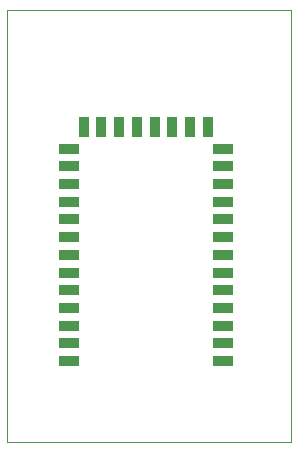
<source format=gtp>
G75*
G70*
%OFA0B0*%
%FSLAX24Y24*%
%IPPOS*%
%LPD*%
%AMOC8*
5,1,8,0,0,1.08239X$1,22.5*
%
%ADD10C,0.0000*%
%ADD11R,0.0660X0.0320*%
%ADD12R,0.0320X0.0660*%
D10*
X000380Y000225D02*
X000380Y014621D01*
X009829Y014621D01*
X009829Y000225D01*
X000380Y000225D01*
D11*
X002450Y002924D03*
X002450Y003515D03*
X002450Y004105D03*
X002450Y004696D03*
X002450Y005286D03*
X002450Y005877D03*
X002450Y006468D03*
X002450Y007058D03*
X002450Y007649D03*
X002450Y008239D03*
X002450Y008830D03*
X002450Y009420D03*
X002450Y010011D03*
X007569Y010011D03*
X007569Y009420D03*
X007569Y008830D03*
X007569Y008239D03*
X007569Y007649D03*
X007569Y007058D03*
X007569Y006468D03*
X007569Y005877D03*
X007569Y005286D03*
X007569Y004696D03*
X007569Y004105D03*
X007569Y003515D03*
X007569Y002924D03*
D12*
X007069Y010716D03*
X006478Y010716D03*
X005887Y010716D03*
X005297Y010716D03*
X004706Y010716D03*
X004116Y010716D03*
X003525Y010716D03*
X002935Y010716D03*
M02*

</source>
